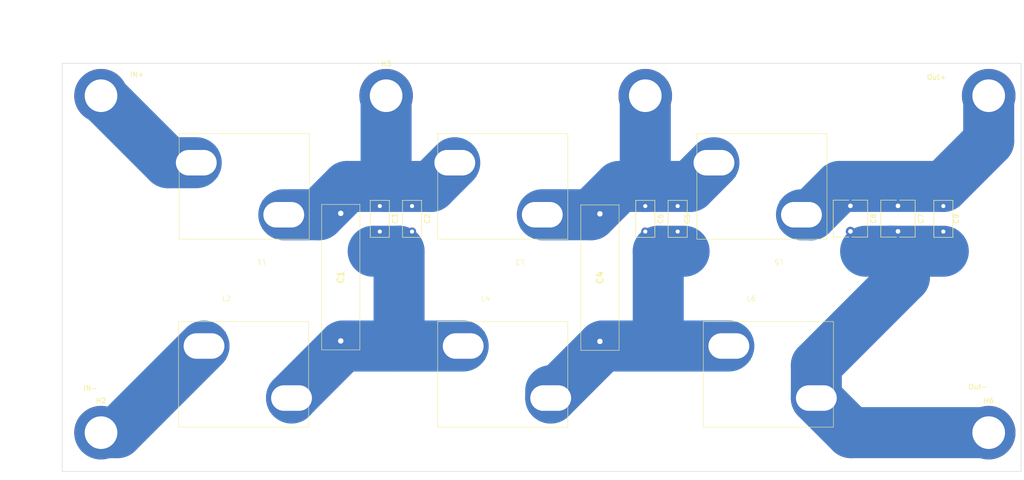
<source format=kicad_pcb>
(kicad_pcb (version 20221018) (generator pcbnew)
  (layers (0 "F.Cu" signal) (31 "B.Cu" signal) (34 "B.Paste" user) (35 "F.Paste" user) (36 "B.SilkS" user "B.Silkscreen") (37 "F.SilkS" user "F.Silkscreen") (38 "B.Mask" user) (39 "F.Mask" user) (44 "Edge.Cuts" user))
  (net 0 "")
  (net 1 "Net-(C1-Pad1)")
  (net 2 "Net-(C1-Pad2)")
  (net 3 "Net-(C4-Pad1)")
  (net 4 "Net-(C4-Pad2)")
  (net 5 "Net-(C7-Pad1)")
  (net 6 "Net-(C7-Pad2)")
  (net 7 "Net-(H1-Pad1)")
  (net 8 "Net-(H2-Pad1)")
  (footprint "Capacitor_THT:C_Rect_L7.0mm_W3.5mm_P5.00mm" (layer "F.Cu") (at 100.36 80.05 -90)
    (fp_text reference "C3" (at 2.5 -3 90) (layer "F.SilkS"))
    (fp_text value "CC_Small")
    (fp_line (start -1.12 -1.87) (end -1.12 1.87) (stroke (width 0.12)) (layer "F.SilkS"))
    (fp_line (start -1.12 -1.87) (end 6.12 -1.87) (stroke (width 0.12)) (layer "F.SilkS"))
    (fp_line (start -1.12 1.87) (end 6.12 1.87) (stroke (width 0.12)) (layer "F.SilkS"))
    (fp_line (start 6.12 -1.87) (end 6.12 1.87) (stroke (width 0.12)) (layer "F.SilkS"))
    (pad "1" thru_hole circle (at 0 0 270) (size 1.6 1.6) (drill 0.8) (layers "*.Cu" "*.Mask") (net 1 "Net-(C1-Pad1)"))
    (pad "2" thru_hole circle (at 5 0 270) (size 1.6 1.6) (drill 0.8) (layers "*.Cu" "*.Mask") (net 2 "Net-(C1-Pad2)"))
  )
  (footprint "Capacitor_THT:C_Rect_L7.0mm_W6.5mm_P5.00mm" (layer "F.Cu") (at 192.61 80.01 -90)
    (fp_text reference "C8" (at 2.5 -4.5 90) (layer "F.SilkS"))
    (fp_text value "C_Small")
    (fp_line (start -1.12 -3.37) (end -1.12 -0.301) (stroke (width 0.12)) (layer "F.SilkS"))
    (fp_line (start -1.12 -3.37) (end 6.12 -3.37) (stroke (width 0.12)) (layer "F.SilkS"))
    (fp_line (start -1.12 0.301) (end -1.12 3.37) (stroke (width 0.12)) (layer "F.SilkS"))
    (fp_line (start -1.12 3.37) (end 6.12 3.37) (stroke (width 0.12)) (layer "F.SilkS"))
    (fp_line (start 6.12 -3.37) (end 6.12 -0.301) (stroke (width 0.12)) (layer "F.SilkS"))
    (fp_line (start 6.12 0.301) (end 6.12 3.37) (stroke (width 0.12)) (layer "F.SilkS"))
    (pad "1" thru_hole circle (at 0 0 270) (size 1.8 1.8) (drill 0.9) (layers "*.Cu" "*.Mask") (net 5 "Net-(C7-Pad1)"))
    (pad "2" thru_hole circle (at 5 0 270) (size 1.8 1.8) (drill 0.9) (layers "*.Cu" "*.Mask") (net 6 "Net-(C7-Pad2)"))
  )
  (footprint "AA-MyLibrary:KTD500B157M99A0B00" (layer "F.Cu") (at 92.71 81.48 -90)
    (fp_text reference "C1" (at 12.5 0 90) (layer "F.SilkS") (effects (font (size 1.27 1.27) (thickness 0.254))))
    (fp_text value "C" hide)
    (fp_line (start -1.75 -3.75) (end 26.75 -3.75) (stroke (width 0.1)) (layer "F.SilkS"))
    (fp_line (start -1.75 3.75) (end -1.75 -3.75) (stroke (width 0.1)) (layer "F.SilkS"))
    (fp_line (start 26.75 -3.75) (end 26.75 3.75) (stroke (width 0.1)) (layer "F.SilkS"))
    (fp_line (start 26.75 3.75) (end -1.75 3.75) (stroke (width 0.1)) (layer "F.SilkS"))
    (pad "1" thru_hole circle (at 0 0 270) (size 1.575 1.575) (drill 1.05) (layers "*.Cu" "*.Mask") (net 1 "Net-(C1-Pad1)"))
    (pad "2" thru_hole circle (at 25 0 270) (size 1.575 1.575) (drill 1.05) (layers "*.Cu" "*.Mask") (net 2 "Net-(C1-Pad2)"))
  )
  (footprint "Capacitor_THT:C_Rect_L7.0mm_W3.5mm_P5.00mm" (layer "F.Cu") (at 106.68 80.05 -90)
    (fp_text reference "C2" (at 2.5 -3 90) (layer "F.SilkS"))
    (fp_text value "CC_Small")
    (fp_line (start -1.12 -1.87) (end -1.12 1.87) (stroke (width 0.12)) (layer "F.SilkS"))
    (fp_line (start -1.12 -1.87) (end 6.12 -1.87) (stroke (width 0.12)) (layer "F.SilkS"))
    (fp_line (start -1.12 1.87) (end 6.12 1.87) (stroke (width 0.12)) (layer "F.SilkS"))
    (fp_line (start 6.12 -1.87) (end 6.12 1.87) (stroke (width 0.12)) (layer "F.SilkS"))
    (pad "1" thru_hole circle (at 0 0 270) (size 1.6 1.6) (drill 0.8) (layers "*.Cu" "*.Mask") (net 1 "Net-(C1-Pad1)"))
    (pad "2" thru_hole circle (at 5 0 270) (size 1.6 1.6) (drill 0.8) (layers "*.Cu" "*.Mask") (net 2 "Net-(C1-Pad2)"))
  )
  (footprint "MountingHole:MountingHole_6.4mm_M6_ISO7380_Pad" (layer "F.Cu") (at 219.71 58.42)
    (fp_text reference "H5" (at 0 0) (layer "F.SilkS"))
    (fp_text value "MountingHole_Pad")
    (pad "1" thru_hole circle (at 0 0) (size 10.5 10.5) (drill 6.4) (layers "*.Cu" "*.Mask") (net 5 "Net-(C7-Pad1)"))
  )
  (footprint "Capacitor_THT:C_Rect_L7.0mm_W3.5mm_P5.00mm" (layer "F.Cu") (at 210.82 80.05 -90)
    (fp_text reference "C9" (at 2.5 -2.54 90) (layer "F.SilkS"))
    (fp_text value "CC_Small")
    (fp_line (start -1.12 -1.87) (end -1.12 1.87) (stroke (width 0.12)) (layer "F.SilkS"))
    (fp_line (start -1.12 -1.87) (end 6.12 -1.87) (stroke (width 0.12)) (layer "F.SilkS"))
    (fp_line (start -1.12 1.87) (end 6.12 1.87) (stroke (width 0.12)) (layer "F.SilkS"))
    (fp_line (start 6.12 -1.87) (end 6.12 1.87) (stroke (width 0.12)) (layer "F.SilkS"))
    (pad "1" thru_hole circle (at 0 0 270) (size 1.6 1.6) (drill 0.8) (layers "*.Cu" "*.Mask") (net 5 "Net-(C7-Pad1)"))
    (pad "2" thru_hole circle (at 5 0 270) (size 1.6 1.6) (drill 0.8) (layers "*.Cu" "*.Mask") (net 6 "Net-(C7-Pad2)"))
  )
  (footprint "AA-MyLibrary:IHDM1008BCEV1R2M3A" (layer "F.Cu") (at 73.66 113.03)
    (fp_text reference "L2" (at -3.35 -14.85 unlocked) (layer "F.SilkS") (effects (font (thickness 0.1))))
    (fp_text value "4.7u")
    (fp_rect (start -12.75 -10.35) (end 12.75 10.35) (stroke (width 0.1)) (fill none) (layer "F.SilkS"))
    (pad "1" thru_hole rect (at 9.4 4.65) (size 8.5 5.5) (drill oval 8 5) (layers "*.Cu" "*.Mask") (net 2 "Net-(C1-Pad2)"))
    (pad "2" thru_hole rect (at -7.75 -5.55) (size 8.5 5.5) (drill oval 8 5) (layers "*.Cu" "*.Mask") (net 8 "Net-(H2-Pad1)"))
  )
  (footprint "Capacitor_THT:C_Rect_L7.0mm_W3.5mm_P5.00mm" (layer "F.Cu") (at 158.75 80.05 -90)
    (fp_text reference "C5" (at 2.5 -1.87 90) (layer "F.SilkS"))
    (fp_text value "CC_Small")
    (fp_line (start -1.12 -1.87) (end -1.12 1.87) (stroke (width 0.12)) (layer "F.SilkS"))
    (fp_line (start -1.12 -1.87) (end 6.12 -1.87) (stroke (width 0.12)) (layer "F.SilkS"))
    (fp_line (start -1.12 1.87) (end 6.12 1.87) (stroke (width 0.12)) (layer "F.SilkS"))
    (fp_line (start 6.12 -1.87) (end 6.12 1.87) (stroke (width 0.12)) (layer "F.SilkS"))
    (pad "1" thru_hole circle (at 0 0 270) (size 1.6 1.6) (drill 0.8) (layers "*.Cu" "*.Mask") (net 3 "Net-(C4-Pad1)"))
    (pad "2" thru_hole circle (at 5 0 270) (size 1.6 1.6) (drill 0.8) (layers "*.Cu" "*.Mask") (net 4 "Net-(C4-Pad2)"))
  )
  (footprint "AA-MyLibrary:IHDM1008BCEV1R2M3A" (layer "F.Cu") (at 175.26 76.2 180)
    (fp_text reference "L5" (at -3.35 -14.85 180 unlocked) (layer "F.SilkS") (effects (font (thickness 0.1))))
    (fp_text value "2.2u")
    (fp_rect (start -12.75 -10.35) (end 12.75 10.35) (stroke (width 0.1)) (fill none) (layer "F.SilkS"))
    (pad "1" thru_hole rect (at 9.4 4.65 180) (size 8.5 5.5) (drill oval 8 5) (layers "*.Cu" "*.Mask") (net 3 "Net-(C4-Pad1)"))
    (pad "2" thru_hole rect (at -7.75 -5.55 180) (size 8.5 5.5) (drill oval 8 5) (layers "*.Cu" "*.Mask") (net 5 "Net-(C7-Pad1)"))
  )
  (footprint "Capacitor_THT:C_Rect_L7.0mm_W3.5mm_P5.00mm" (layer "F.Cu") (at 152.4 80.05 -90)
    (fp_text reference "C6" (at 2.5 -3 90) (layer "F.SilkS"))
    (fp_text value "CC_Small")
    (fp_line (start -1.12 -1.87) (end -1.12 1.87) (stroke (width 0.12)) (layer "F.SilkS"))
    (fp_line (start -1.12 -1.87) (end 6.12 -1.87) (stroke (width 0.12)) (layer "F.SilkS"))
    (fp_line (start -1.12 1.87) (end 6.12 1.87) (stroke (width 0.12)) (layer "F.SilkS"))
    (fp_line (start 6.12 -1.87) (end 6.12 1.87) (stroke (width 0.12)) (layer "F.SilkS"))
    (pad "1" thru_hole circle (at 0 0 270) (size 1.6 1.6) (drill 0.8) (layers "*.Cu" "*.Mask") (net 3 "Net-(C4-Pad1)"))
    (pad "2" thru_hole circle (at 5 0 270) (size 1.6 1.6) (drill 0.8) (layers "*.Cu" "*.Mask") (net 4 "Net-(C4-Pad2)"))
  )
  (footprint "AA-MyLibrary:IHDM1008BCEV1R2M3A" (layer "F.Cu") (at 176.53 113.03)
    (fp_text reference "L6" (at -3.35 -14.85 unlocked) (layer "F.SilkS") (effects (font (thickness 0.1))))
    (fp_text value "4.7u")
    (fp_rect (start -12.75 -10.35) (end 12.75 10.35) (stroke (width 0.1)) (fill none) (layer "F.SilkS"))
    (pad "1" thru_hole rect (at 9.4 4.65) (size 8.5 5.5) (drill oval 8 5) (layers "*.Cu" "*.Mask") (net 6 "Net-(C7-Pad2)"))
    (pad "2" thru_hole rect (at -7.75 -5.55) (size 8.5 5.5) (drill oval 8 5) (layers "*.Cu" "*.Mask") (net 4 "Net-(C4-Pad2)"))
  )
  (footprint "AA-MyLibrary:IHDM1008BCEV1R2M3A" (layer "F.Cu") (at 124.46 76.2 180)
    (fp_text reference "L3" (at -3.35 -14.85 180 unlocked) (layer "F.SilkS") (effects (font (thickness 0.1))))
    (fp_text value "4.7u")
    (fp_rect (start -12.75 -10.35) (end 12.75 10.35) (stroke (width 0.1)) (fill none) (layer "F.SilkS"))
    (pad "1" thru_hole rect (at 9.4 4.65 180) (size 8.5 5.5) (drill oval 8 5) (layers "*.Cu" "*.Mask") (net 1 "Net-(C1-Pad1)"))
    (pad "2" thru_hole rect (at -7.75 -5.55 180) (size 8.5 5.5) (drill oval 8 5) (layers "*.Cu" "*.Mask") (net 3 "Net-(C4-Pad1)"))
  )
  (footprint "MountingHole:MountingHole_6.4mm_M6_ISO7380_Pad" (layer "F.Cu") (at 219.71 124.46)
    (fp_text reference "H6" (at 0 -6.25) (layer "F.SilkS"))
    (fp_text value "MountingHole_Pad")
    (pad "1" thru_hole circle (at 0 0) (size 10.5 10.5) (drill 6.4) (layers "*.Cu" "*.Mask") (net 6 "Net-(C7-Pad2)"))
  )
  (footprint "Capacitor_THT:C_Rect_L7.0mm_W6.5mm_P5.00mm" (layer "F.Cu") (at 201.93 80.01 -90)
    (fp_text reference "C7" (at 2.5 -4.5 90) (layer "F.SilkS"))
    (fp_text value "C_Small")
    (fp_line (start -1.12 -3.37) (end -1.12 -0.301) (stroke (width 0.12)) (layer "F.SilkS"))
    (fp_line (start -1.12 -3.37) (end 6.12 -3.37) (stroke (width 0.12)) (layer "F.SilkS"))
    (fp_line (start -1.12 0.301) (end -1.12 3.37) (stroke (width 0.12)) (layer "F.SilkS"))
    (fp_line (start -1.12 3.37) (end 6.12 3.37) (stroke (width 0.12)) (layer "F.SilkS"))
    (fp_line (start 6.12 -3.37) (end 6.12 -0.301) (stroke (width 0.12)) (layer "F.SilkS"))
    (fp_line (start 6.12 0.301) (end 6.12 3.37) (stroke (width 0.12)) (layer "F.SilkS"))
    (pad "1" thru_hole circle (at 0 0 270) (size 1.8 1.8) (drill 0.9) (layers "*.Cu" "*.Mask") (net 5 "Net-(C7-Pad1)"))
    (pad "2" thru_hole circle (at 5 0 270) (size 1.8 1.8) (drill 0.9) (layers "*.Cu" "*.Mask") (net 6 "Net-(C7-Pad2)"))
  )
  (footprint "AA-MyLibrary:KTD500B157M99A0B00" (layer "F.Cu") (at 143.51 81.575 -90)
    (fp_text reference "C4" (at 12.5 0 90) (layer "F.SilkS") (effects (font (size 1.27 1.27) (thickness 0.254))))
    (fp_text value "C" hide)
    (fp_line (start -1.75 -3.75) (end 26.75 -3.75) (stroke (width 0.1)) (layer "F.SilkS"))
    (fp_line (start -1.75 3.75) (end -1.75 -3.75) (stroke (width 0.1)) (layer "F.SilkS"))
    (fp_line (start 26.75 -3.75) (end 26.75 3.75) (stroke (width 0.1)) (layer "F.SilkS"))
    (fp_line (start 26.75 3.75) (end -1.75 3.75) (stroke (width 0.1)) (layer "F.SilkS"))
    (pad "1" thru_hole circle (at 0 0 270) (size 1.575 1.575) (drill 1.05) (layers "*.Cu" "*.Mask") (net 3 "Net-(C4-Pad1)"))
    (pad "2" thru_hole circle (at 25 0 270) (size 1.575 1.575) (drill 1.05) (layers "*.Cu" "*.Mask") (net 4 "Net-(C4-Pad2)"))
  )
  (footprint "MountingHole:MountingHole_6.4mm_M6_ISO7380_Pad" (layer "F.Cu") (at 152.4 58.42)
    (fp_text reference "H4" (at 0 0) (layer "F.SilkS"))
    (fp_text value "MountingHole_Pad")
    (pad "1" thru_hole circle (at 0 0) (size 10.5 10.5) (drill 6.4) (layers "*.Cu" "*.Mask") (net 3 "Net-(C4-Pad1)"))
  )
  (footprint "AA-MyLibrary:IHDM1008BCEV1R2M3A" (layer "F.Cu") (at 124.46 113.03)
    (fp_text reference "L4" (at -3.35 -14.85 unlocked) (layer "F.SilkS") (effects (font (thickness 0.1))))
    (fp_text value "4.7u")
    (fp_rect (start -12.75 -10.35) (end 12.75 10.35) (stroke (width 0.1)) (fill none) (layer "F.SilkS"))
    (pad "1" thru_hole rect (at 9.4 4.65) (size 8.5 5.5) (drill oval 8 5) (layers "*.Cu" "*.Mask") (net 4 "Net-(C4-Pad2)"))
    (pad "2" thru_hole rect (at -7.75 -5.55) (size 8.5 5.5) (drill oval 8 5) (layers "*.Cu" "*.Mask") (net 2 "Net-(C1-Pad2)"))
  )
  (footprint "MountingHole:MountingHole_6.4mm_M6_ISO7380_Pad" (layer "F.Cu") (at 45.72 58.42)
    (fp_text reference "H1" (at 0 0) (layer "F.SilkS"))
    (fp_text value "MountingHole_Pad")
    (pad "1" thru_hole circle (at 0 0) (size 10.5 10.5) (drill 6.4) (layers "*.Cu" "*.Mask") (net 7 "Net-(H1-Pad1)"))
  )
  (footprint "MountingHole:MountingHole_6.4mm_M6_ISO7380_Pad" (layer "F.Cu") (at 45.72 124.46)
    (fp_text reference "H2" (at 0 -6.25) (layer "F.SilkS"))
    (fp_text value "MountingHole_Pad")
    (pad "1" thru_hole circle (at 0 0) (size 10.5 10.5) (drill 6.4) (layers "*.Cu" "*.Mask") (net 8 "Net-(H2-Pad1)"))
  )
  (footprint "MountingHole:MountingHole_6.4mm_M6_ISO7380_Pad" (layer "F.Cu") (at 101.6 58.42)
    (fp_text reference "H3" (at 0 -6.25) (layer "F.SilkS"))
    (fp_text value "MountingHole_Pad")
    (pad "1" thru_hole circle (at 0 0) (size 10.5 10.5) (drill 6.4) (layers "*.Cu" "*.Mask") (net 1 "Net-(C1-Pad1)"))
  )
  (footprint "AA-MyLibrary:IHDM1008BCEV1R2M3A" (layer "F.Cu") (at 73.79 76.2 180)
    (fp_text reference "L1" (at -3.35 -14.85 180 unlocked) (layer "F.SilkS") (effects (font (thickness 0.1))))
    (fp_text value "4.7u")
    (fp_rect (start -12.75 -10.35) (end 12.75 10.35) (stroke (width 0.1)) (fill none) (layer "F.SilkS"))
    (pad "1" thru_hole rect (at 9.4 4.65 180) (size 8.5 5.5) (drill oval 8 5) (layers "*.Cu" "*.Mask") (net 7 "Net-(H1-Pad1)"))
    (pad "2" thru_hole rect (at -7.75 -5.55 180) (size 8.5 5.5) (drill oval 8 5) (layers "*.Cu" "*.Mask") (net 1 "Net-(C1-Pad1)"))
  )
  (gr_line (start 92.71 81.48) (end 100.36 80.05) (stroke (width 0.2)) (layer "F.Cu"))
  (gr_line (start 100.36 80.05) (end 106.68 80.05) (stroke (width 0.2)) (layer "F.Cu"))
  (gr_line (start 81.28 81.28) (end 92.71 81.48) (stroke (width 0.2)) (layer "F.Cu"))
  (gr_line (start 115.57 71.12) (end 106.68 80.05) (stroke (width 0.2)) (layer "F.Cu"))
  (gr_line (start 106.68 80.05) (end 115.57 71.12) (stroke (width 0.2)) (layer "F.Cu"))
  (gr_rect (start 38.1 52.07) (end 226.06 132.08) (stroke (width 0.1)) (fill none) (layer "Edge.Cuts"))
  (gr_text "IN-\n" (at 42.164 116.332) (layer "F.SilkS") (effects (font (size 1 1)) (justify left bottom)))
  (gr_text "Out-" (at 215.646 116.078) (layer "F.SilkS") (effects (font (size 1 1)) (justify left bottom)))
  (gr_text "IN+" (at 51.308 54.864) (layer "F.SilkS") (effects (font (size 1 1)) (justify left bottom)))
  (gr_text "Out+" (at 207.518 55.372) (layer "F.SilkS") (effects (font (size 1 1)) (justify left bottom)))
  (segment (start 81.54 81.75) (end 88.43 81.75) (width 10) (layer "B.Cu") (net 1))
  (segment (start 93.98 76.2) (end 101.6 76.2) (width 10) (layer "B.Cu") (net 1))
  (segment (start 88.43 81.75) (end 93.98 76.2) (width 10) (layer "B.Cu") (net 1))
  (segment (start 110.41 76.2) (end 115.06 71.55) (width 10) (layer "B.Cu") (net 1))
  (segment (start 101.6 76.2) (end 110.41 76.2) (width 10) (layer "B.Cu") (net 1))
  (segment (start 101.6 58.42) (end 101.6 76.2) (width 10) (layer "B.Cu") (net 1))
  (segment (start 93.18 107.48) (end 104.14 107.48) (width 10) (layer "B.Cu") (net 2))
  (segment (start 104.14 107.48) (end 104.14 88.9) (width 10) (layer "B.Cu") (net 2))
  (segment (start 83.06 117.6) (end 93.18 107.48) (width 10) (layer "B.Cu") (net 2))
  (segment (start 104.14 107.48) (end 116.71 107.48) (width 10) (layer "B.Cu") (net 2))
  (segment (start 83.06 117.68) (end 83.06 117.6) (width 10) (layer "B.Cu") (net 2))
  (segment (start 104.14 88.9) (end 99.06 88.9) (width 10) (layer "B.Cu") (net 2))
  (segment (start 147.32 76.2) (end 152.4 76.2) (width 10) (layer "B.Cu") (net 3))
  (segment (start 152.4 76.2) (end 161.21 76.2) (width 10) (layer "B.Cu") (net 3))
  (segment (start 132.21 81.75) (end 141.77 81.75) (width 10) (layer "B.Cu") (net 3))
  (segment (start 161.21 76.2) (end 165.86 71.55) (width 10) (layer "B.Cu") (net 3))
  (segment (start 141.77 81.75) (end 147.32 76.2) (width 10) (layer "B.Cu") (net 3))
  (segment (start 152.4 76.2) (end 152.4 58.42) (width 10) (layer "B.Cu") (net 3))
  (segment (start 133.86 117.68) (end 133.86 116.225) (width 10) (layer "B.Cu") (net 4))
  (segment (start 154.94 107.48) (end 144.06 107.48) (width 10) (layer "B.Cu") (net 4))
  (segment (start 168.78 107.48) (end 154.94 107.48) (width 10) (layer "B.Cu") (net 4))
  (segment (start 154.94 88.9) (end 160.02 88.9) (width 10) (layer "B.Cu") (net 4))
  (segment (start 154.94 107.48) (end 154.94 88.9) (width 10) (layer "B.Cu") (net 4))
  (segment (start 144.06 107.48) (end 133.86 117.68) (width 10) (layer "B.Cu") (net 4))
  (segment (start 219.71 67.31) (end 219.71 58.42) (width 10) (layer "B.Cu") (net 5))
  (segment (start 210.82 76.2) (end 219.71 67.31) (width 10) (layer "B.Cu") (net 5))
  (segment (start 190.5 76.2) (end 210.82 76.2) (width 10) (layer "B.Cu") (net 5))
  (segment (start 183.01 81.75) (end 184.95 81.75) (width 10) (layer "B.Cu") (net 5))
  (segment (start 184.95 81.75) (end 190.5 76.2) (width 10) (layer "B.Cu") (net 5))
  (segment (start 200.66 88.9) (end 195.58 88.9) (width 10) (layer "B.Cu") (net 6))
  (segment (start 203.2 93.98) (end 200.66 91.44) (width 10) (layer "B.Cu") (net 6))
  (segment (start 185.93 117.68) (end 185.93 111.25) (width 10) (layer "B.Cu") (net 6))
  (segment (start 210.82 88.9) (end 200.66 88.9) (width 10) (layer "B.Cu") (net 6))
  (segment (start 192.71 124.46) (end 185.93 117.68) (width 10) (layer "B.Cu") (net 6))
  (segment (start 219.71 124.46) (end 192.71 124.46) (width 10) (layer "B.Cu") (net 6))
  (segment (start 200.66 91.44) (end 200.66 88.9) (width 10) (layer "B.Cu") (net 6))
  (segment (start 185.93 111.25) (end 203.2 93.98) (width 10) (layer "B.Cu") (net 6))
  (segment (start 45.72 58.42) (end 58.85 71.55) (width 10) (layer "B.Cu") (net 7))
  (segment (start 58.85 71.55) (end 64.39 71.55) (width 10) (layer "B.Cu") (net 7))
  (segment (start 48.93 124.46) (end 65.91 107.48) (width 10) (layer "B.Cu") (net 8))
  (segment (start 45.72 124.46) (end 48.93 124.46) (width 10) (layer "B.Cu") (net 8))
)
</source>
